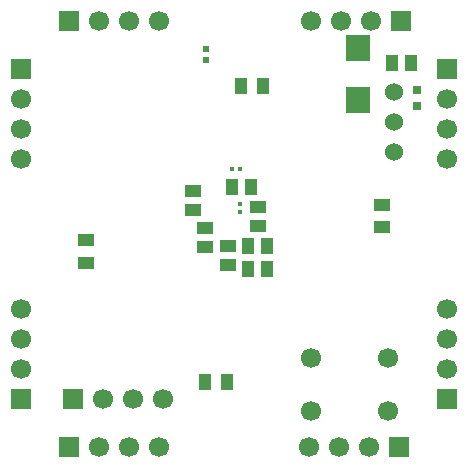
<source format=gbr>
%TF.GenerationSoftware,KiCad,Pcbnew,9.0.6*%
%TF.CreationDate,2025-12-07T19:13:54-08:00*%
%TF.ProjectId,redstone_block,72656473-746f-46e6-955f-626c6f636b2e,rev?*%
%TF.SameCoordinates,Original*%
%TF.FileFunction,Soldermask,Bot*%
%TF.FilePolarity,Negative*%
%FSLAX46Y46*%
G04 Gerber Fmt 4.6, Leading zero omitted, Abs format (unit mm)*
G04 Created by KiCad (PCBNEW 9.0.6) date 2025-12-07 19:13:54*
%MOMM*%
%LPD*%
G01*
G04 APERTURE LIST*
%ADD10C,1.524000*%
%ADD11C,1.700000*%
%ADD12R,1.700000X1.700000*%
%ADD13R,1.470000X1.020000*%
%ADD14R,0.620000X0.600000*%
%ADD15R,0.460000X0.420000*%
%ADD16R,1.000000X1.450000*%
%ADD17R,1.020000X1.470000*%
%ADD18R,2.150000X2.200000*%
%ADD19R,1.450000X1.000000*%
%ADD20R,0.700000X0.650000*%
%ADD21R,0.420000X0.460000*%
G04 APERTURE END LIST*
D10*
%TO.C,5v*%
X148500000Y-43000000D03*
X148500000Y-45540000D03*
X148500000Y-48080000D03*
%TD*%
D11*
%TO.C,SW1*%
X148000000Y-70000000D03*
X141500000Y-70000000D03*
X148000000Y-65500000D03*
X141500000Y-65500000D03*
%TD*%
D12*
%TO.C,J9*%
X121380000Y-69000000D03*
D11*
X123920000Y-69000000D03*
X126460000Y-69000000D03*
X129000000Y-69000000D03*
%TD*%
D12*
%TO.C,J8*%
X116975000Y-69000000D03*
D11*
X116975000Y-66460000D03*
X116975000Y-63920000D03*
X116975000Y-61380000D03*
%TD*%
D12*
%TO.C,J4*%
X153000000Y-69000000D03*
D11*
X153000000Y-66460000D03*
X153000000Y-63920000D03*
X153000000Y-61380000D03*
%TD*%
D12*
%TO.C,J1*%
X121000000Y-37000000D03*
D11*
X123540000Y-37000000D03*
X126080000Y-37000000D03*
X128620000Y-37000000D03*
%TD*%
D12*
%TO.C,J2*%
X149120000Y-37000000D03*
D11*
X146580000Y-37000000D03*
X144040000Y-37000000D03*
X141500000Y-37000000D03*
%TD*%
D12*
%TO.C,J6*%
X149000000Y-73025000D03*
D11*
X146460000Y-73025000D03*
X143920000Y-73025000D03*
X141380000Y-73025000D03*
%TD*%
D12*
%TO.C,J5*%
X121000000Y-73000000D03*
D11*
X123540000Y-73000000D03*
X126080000Y-73000000D03*
X128620000Y-73000000D03*
%TD*%
D12*
%TO.C,J7*%
X117000000Y-41000000D03*
D11*
X117000000Y-43540000D03*
X117000000Y-46080000D03*
X117000000Y-48620000D03*
%TD*%
D12*
%TO.C,J3*%
X153025000Y-41000000D03*
D11*
X153025000Y-43540000D03*
X153025000Y-46080000D03*
X153025000Y-48620000D03*
%TD*%
D13*
%TO.C,C2*%
X131500000Y-51400000D03*
X131500000Y-53000000D03*
%TD*%
%TO.C,C2*%
X137000000Y-52700000D03*
X137000000Y-54300000D03*
%TD*%
D14*
%TO.C,C1*%
X132580000Y-40280000D03*
X132580000Y-39360000D03*
%TD*%
D13*
%TO.C,C2*%
X134500000Y-57600000D03*
X134500000Y-56000000D03*
%TD*%
D15*
%TO.C,C9*%
X134840000Y-49500000D03*
X135500000Y-49500000D03*
%TD*%
D16*
%TO.C,200*%
X137450000Y-42500000D03*
X135550000Y-42500000D03*
%TD*%
D17*
%TO.C,C3*%
X148400000Y-40500000D03*
X150000000Y-40500000D03*
%TD*%
D18*
%TO.C,D19*%
X145500000Y-43700000D03*
X145500000Y-39300000D03*
%TD*%
D13*
%TO.C,C2*%
X132500000Y-56100000D03*
X132500000Y-54500000D03*
%TD*%
D17*
%TO.C,C10*%
X134810000Y-51000000D03*
X136410000Y-51000000D03*
%TD*%
D19*
%TO.C,R2*%
X147500000Y-52550000D03*
X147500000Y-54450000D03*
%TD*%
D17*
%TO.C,C10*%
X136200000Y-58000000D03*
X137800000Y-58000000D03*
%TD*%
%TO.C,C2*%
X137800000Y-56000000D03*
X136200000Y-56000000D03*
%TD*%
D19*
%TO.C,R4*%
X122500000Y-57450000D03*
X122500000Y-55550000D03*
%TD*%
D20*
%TO.C,C4*%
X150500000Y-42825000D03*
X150500000Y-44175000D03*
%TD*%
D16*
%TO.C,R3*%
X132500000Y-67500000D03*
X134400000Y-67500000D03*
%TD*%
D21*
%TO.C,C11*%
X135500000Y-52500000D03*
X135500000Y-53160000D03*
%TD*%
M02*

</source>
